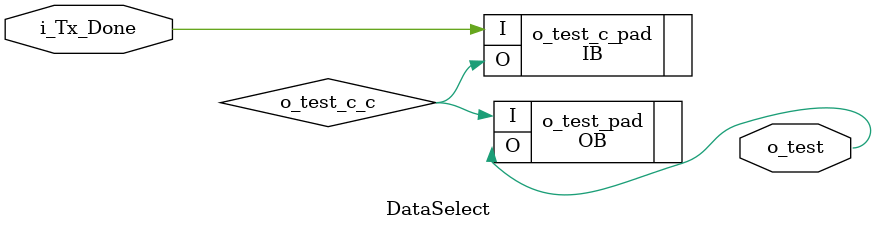
<source format=v>

module DataSelect (i_Tx_Done, o_test);   // c:/users/daniel/desktop/projects/fpga/lattice/rs232/dataselect.vhd(4[8:18])
    input i_Tx_Done;   // c:/users/daniel/desktop/projects/fpga/lattice/rs232/dataselect.vhd(5[10:19])
    output o_test;   // c:/users/daniel/desktop/projects/fpga/lattice/rs232/dataselect.vhd(9[4:10])
    
    
    wire o_test_c_c, GND_net, VCC_net;
    
    VLO i23 (.Z(GND_net));
    OB o_test_pad (.I(o_test_c_c), .O(o_test));   // c:/users/daniel/desktop/projects/fpga/lattice/rs232/dataselect.vhd(9[4:10])
    IB o_test_c_pad (.I(i_Tx_Done), .O(o_test_c_c));   // c:/users/daniel/desktop/projects/fpga/lattice/rs232/dataselect.vhd(5[10:19])
    GSR GSR_INST (.GSR(VCC_net));
    TSALL TSALL_INST (.TSALL(GND_net));
    PUR PUR_INST (.PUR(VCC_net));
    defparam PUR_INST.RST_PULSE = 1;
    VHI i24 (.Z(VCC_net));
    
endmodule
//
// Verilog Description of module TSALL
// module not written out since it is a black-box. 
//

//
// Verilog Description of module PUR
// module not written out since it is a black-box. 
//


</source>
